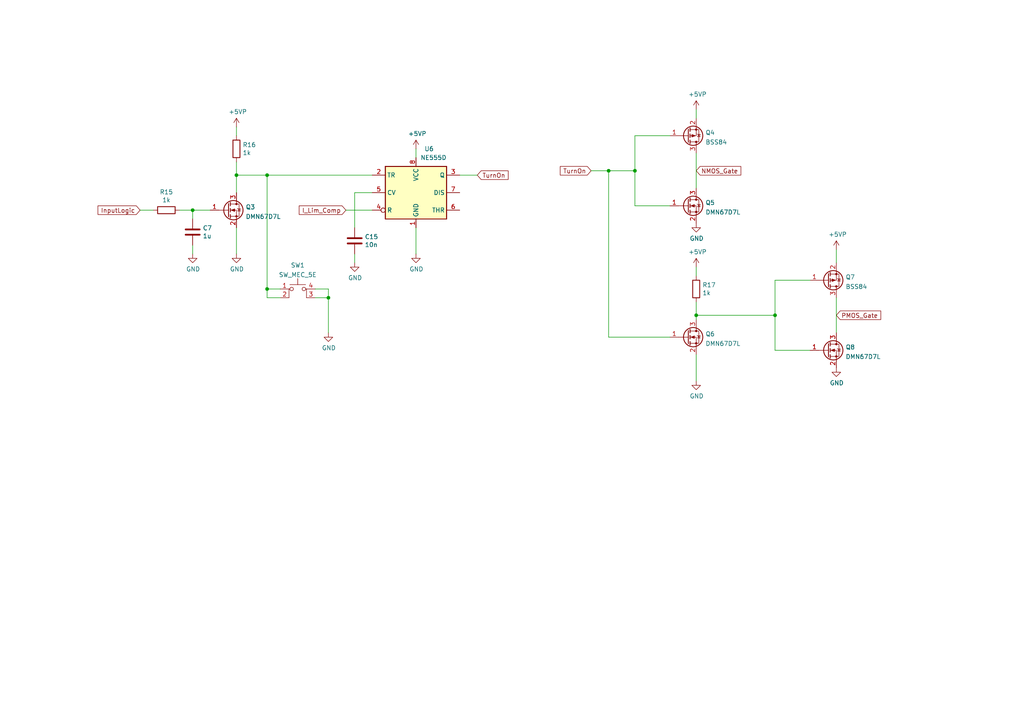
<source format=kicad_sch>
(kicad_sch (version 20211123) (generator eeschema)
  (paper "A4")
  (lib_symbols
    (symbol "Device:C" (pin_numbers hide) (pin_names (offset 0.254))
      (property "Reference" "C" (at 0.635 2.54 0))
      (property "Value" "C" (at 0.635 -2.54 0))
      (symbol "C_0_1"
        (polyline (pts (xy -2.032 -0.762) (xy 2.032 -0.762)) (stroke (width 0.508)))
        (polyline (pts (xy -2.032 0.762) (xy 2.032 0.762)) (stroke (width 0.508)))
      )
      (symbol "C_1_1"
        (pin passive line (at 0 3.81 270) (length 2.794) (name "~") (number "1"))
        (pin passive line (at 0 -3.81 90) (length 2.794) (name "~") (number "2"))
      )
    )
    (symbol "Device:R" (pin_numbers hide) (pin_names (offset 0))
      (property "Reference" "R" (at 2.032 0 90))
      (property "Value" "R" (at 0 0 90))
      (symbol "R_0_1"
        (rectangle (start -1.016 -2.54) (end 1.016 2.54) (stroke (width 0.254)))
      )
      (symbol "R_1_1"
        (pin passive line (at 0 3.81 270) (length 1.27) (name "~") (number "1"))
        (pin passive line (at 0 -3.81 90) (length 1.27) (name "~") (number "2"))
      )
    )
    (symbol "Switch:SW_MEC_5E" (pin_names (offset 1.016) hide)
      (property "Reference" "SW" (at 0.635 5.715 0))
      (property "Value" "SW_MEC_5E" (at 0 -3.175 0))
      (symbol "SW_MEC_5E_0_1"
        (circle (center -1.778 2.54) (radius 0.508))
        (polyline (pts (xy -2.286 3.81) (xy 2.286 3.81)))
        (polyline (pts (xy 0 3.81) (xy 0 5.588)))
        (polyline (pts (xy -2.54 0) (xy -2.54 2.54) (xy -2.286 2.54)))
        (polyline (pts (xy 2.54 0) (xy 2.54 2.54) (xy 2.286 2.54)))
        (circle (center 1.778 2.54) (radius 0.508))
        (pin passive line (at -5.08 2.54 0) (length 2.54) (name "1") (number "1"))
        (pin passive line (at -5.08 0 0) (length 2.54) (name "2") (number "2"))
        (pin passive line (at 5.08 0 180) (length 2.54) (name "K") (number "3"))
        (pin passive line (at 5.08 2.54 180) (length 2.54) (name "A") (number "4"))
      )
    )
    (symbol "Timer:NE555D"
      (property "Reference" "U" (at -10.16 8.89 0))
      (property "Value" "NE555D" (at 2.54 8.89 0))
      (symbol "NE555D_0_0"
        (pin power_in line (at 0 -10.16 90) (length 2.54) (name "GND") (number "1"))
        (pin power_in line (at 0 10.16 270) (length 2.54) (name "VCC") (number "8"))
      )
      (symbol "NE555D_0_1"
        (rectangle (start -8.89 -7.62) (end 8.89 7.62) (stroke (width 0.254)) (fill (type background)))
        (rectangle (start -8.89 -7.62) (end 8.89 7.62) (stroke (width 0.254)) (fill (type background)))
      )
      (symbol "NE555D_1_1"
        (pin input line (at -12.7 5.08 0) (length 3.81) (name "TR") (number "2"))
        (pin output line (at 12.7 5.08 180) (length 3.81) (name "Q") (number "3"))
        (pin input inverted (at -12.7 -5.08 0) (length 3.81) (name "R") (number "4"))
        (pin input line (at -12.7 0 0) (length 3.81) (name "CV") (number "5"))
        (pin input line (at 12.7 -5.08 180) (length 3.81) (name "THR") (number "6"))
        (pin input line (at 12.7 0 180) (length 3.81) (name "DIS") (number "7"))
      )
    )
    (symbol "Transistor_FET:BSS84" (pin_names hide)
      (property "Reference" "Q" (at 5.08 1.905 0))
      (property "Value" "BSS84" (at 5.08 0 0))
      (symbol "BSS84_0_1"
        (polyline (pts (xy 0.254 0) (xy -2.54 0)))
        (polyline (pts (xy 0.254 1.905) (xy 0.254 -1.905)) (stroke (width 0.254)))
        (polyline (pts (xy 0.762 -1.27) (xy 0.762 -2.286)) (stroke (width 0.254)))
        (polyline (pts (xy 0.762 0.508) (xy 0.762 -0.508)) (stroke (width 0.254)))
        (polyline (pts (xy 0.762 2.286) (xy 0.762 1.27)) (stroke (width 0.254)))
        (polyline (pts (xy 2.54 2.54) (xy 2.54 1.778)))
        (polyline (pts (xy 2.54 -2.54) (xy 2.54 0) (xy 0.762 0)))
        (polyline (pts (xy 0.762 1.778) (xy 3.302 1.778) (xy 3.302 -1.778) (xy 0.762 -1.778)))
        (polyline (pts (xy 2.286 0) (xy 1.27 0.381) (xy 1.27 -0.381) (xy 2.286 0)) (fill (type outline)))
        (polyline (pts (xy 2.794 -0.508) (xy 2.921 -0.381) (xy 3.683 -0.381) (xy 3.81 -0.254)))
        (polyline (pts (xy 3.302 -0.381) (xy 2.921 0.254) (xy 3.683 0.254) (xy 3.302 -0.381)))
        (circle (center 1.651 0) (radius 2.794) (stroke (width 0.254)))
        (circle (center 2.54 -1.778) (radius 0.254) (fill (type outline)))
        (circle (center 2.54 1.778) (radius 0.254) (fill (type outline)))
      )
      (symbol "BSS84_1_1"
        (pin input line (at -5.08 0 0) (length 2.54) (name "G") (number "1"))
        (pin passive line (at 2.54 -5.08 90) (length 2.54) (name "S") (number "2"))
        (pin passive line (at 2.54 5.08 270) (length 2.54) (name "D") (number "3"))
      )
    )
    (symbol "Transistor_FET:DMN67D7L" (pin_names hide)
      (property "Reference" "Q" (at 5.08 1.905 0))
      (property "Value" "DMN67D7L" (at 5.08 0 0))
      (symbol "DMN67D7L_0_1"
        (polyline (pts (xy 0.254 0) (xy -2.54 0)))
        (polyline (pts (xy 0.254 1.905) (xy 0.254 -1.905)) (stroke (width 0.254)))
        (polyline (pts (xy 0.762 -1.27) (xy 0.762 -2.286)) (stroke (width 0.254)))
        (polyline (pts (xy 0.762 0.508) (xy 0.762 -0.508)) (stroke (width 0.254)))
        (polyline (pts (xy 0.762 2.286) (xy 0.762 1.27)) (stroke (width 0.254)))
        (polyline (pts (xy 2.54 2.54) (xy 2.54 1.778)))
        (polyline (pts (xy 2.54 -2.54) (xy 2.54 0) (xy 0.762 0)))
        (polyline (pts (xy 0.762 -1.778) (xy 3.302 -1.778) (xy 3.302 1.778) (xy 0.762 1.778)))
        (polyline (pts (xy 1.016 0) (xy 2.032 0.381) (xy 2.032 -0.381) (xy 1.016 0)) (fill (type outline)))
        (polyline (pts (xy 2.794 0.508) (xy 2.921 0.381) (xy 3.683 0.381) (xy 3.81 0.254)))
        (polyline (pts (xy 3.302 0.381) (xy 2.921 -0.254) (xy 3.683 -0.254) (xy 3.302 0.381)))
        (circle (center 1.651 0) (radius 2.794) (stroke (width 0.254)))
        (circle (center 2.54 -1.778) (radius 0.254) (fill (type outline)))
        (circle (center 2.54 1.778) (radius 0.254) (fill (type outline)))
      )
      (symbol "DMN67D7L_1_1"
        (pin input line (at -5.08 0 0) (length 2.54) (name "G") (number "1"))
        (pin passive line (at 2.54 -5.08 90) (length 2.54) (name "S") (number "2"))
        (pin passive line (at 2.54 5.08 270) (length 2.54) (name "D") (number "3"))
      )
    )
    (symbol "power:+5VP" (power) (pin_names (offset 0))
      (property "Value" "+5VP" (at 0 3.556 0))
      (symbol "+5VP_0_1"
        (polyline (pts (xy -0.762 1.27) (xy 0 2.54)))
        (polyline (pts (xy 0 0) (xy 0 2.54)))
        (polyline (pts (xy 0 2.54) (xy 0.762 1.27)))
      )
      (symbol "+5VP_1_1"
        (pin power_in line (at 0 0 90) (length 0) hide (name "+5VP") (number "1"))
      )
    )
    (symbol "power:GND" (power) (pin_names (offset 0))
      (property "Value" "GND" (at 0 -3.81 0))
      (symbol "GND_0_1"
        (polyline (pts (xy 0 0) (xy 0 -1.27) (xy 1.27 -1.27) (xy 0 -2.54) (xy -1.27 -1.27) (xy 0 -1.27)))
      )
      (symbol "GND_1_1"
        (pin power_in line (at 0 0 270) (length 0) hide (name "GND") (number "1"))
      )
    )
  )
  (junction (at 77.47 50.8))
  (junction (at 55.88 60.96))
  (junction (at 201.93 91.44))
  (junction (at 95.25 86.36))
  (junction (at 68.58 50.8))
  (junction (at 77.47 83.82))
  (junction (at 184.15 49.53))
  (junction (at 224.79 91.44))
  (junction (at 176.53 49.53))
  (wire (pts (xy 120.65 43.18) (xy 120.65 45.72)))
  (wire (pts (xy 176.53 49.53) (xy 184.15 49.53)))
  (wire (pts (xy 68.58 50.8) (xy 68.58 55.88)))
  (wire (pts (xy 55.88 60.96) (xy 60.96 60.96)))
  (wire (pts (xy 55.88 73.66) (xy 55.88 71.12)))
  (wire (pts (xy 81.28 86.36) (xy 77.47 86.36)))
  (wire (pts (xy 201.93 110.49) (xy 201.93 102.87)))
  (wire (pts (xy 242.57 86.36) (xy 242.57 96.52)))
  (wire (pts (xy 95.25 86.36) (xy 95.25 96.52)))
  (wire (pts (xy 138.43 50.8) (xy 133.35 50.8)))
  (wire (pts (xy 77.47 86.36) (xy 77.47 83.82)))
  (wire (pts (xy 40.64 60.96) (xy 44.45 60.96)))
  (wire (pts (xy 68.58 46.99) (xy 68.58 50.8)))
  (wire (pts (xy 68.58 36.83) (xy 68.58 39.37)))
  (wire (pts (xy 107.95 55.88) (xy 102.87 55.88)))
  (wire (pts (xy 201.93 91.44) (xy 201.93 92.71)))
  (wire (pts (xy 224.79 81.28) (xy 234.95 81.28)))
  (wire (pts (xy 91.44 86.36) (xy 95.25 86.36)))
  (wire (pts (xy 102.87 73.66) (xy 102.87 76.2)))
  (wire (pts (xy 171.45 49.53) (xy 176.53 49.53)))
  (wire (pts (xy 242.57 72.39) (xy 242.57 76.2)))
  (wire (pts (xy 176.53 97.79) (xy 176.53 49.53)))
  (wire (pts (xy 91.44 83.82) (xy 95.25 83.82)))
  (wire (pts (xy 224.79 91.44) (xy 224.79 81.28)))
  (wire (pts (xy 100.33 60.96) (xy 107.95 60.96)))
  (wire (pts (xy 201.93 44.45) (xy 201.93 54.61)))
  (wire (pts (xy 201.93 31.75) (xy 201.93 34.29)))
  (wire (pts (xy 184.15 49.53) (xy 184.15 39.37)))
  (wire (pts (xy 102.87 55.88) (xy 102.87 66.04)))
  (wire (pts (xy 77.47 50.8) (xy 107.95 50.8)))
  (wire (pts (xy 184.15 49.53) (xy 184.15 59.69)))
  (wire (pts (xy 224.79 91.44) (xy 224.79 101.6)))
  (wire (pts (xy 95.25 83.82) (xy 95.25 86.36)))
  (wire (pts (xy 184.15 59.69) (xy 194.31 59.69)))
  (wire (pts (xy 201.93 87.63) (xy 201.93 91.44)))
  (wire (pts (xy 176.53 97.79) (xy 194.31 97.79)))
  (wire (pts (xy 184.15 39.37) (xy 194.31 39.37)))
  (wire (pts (xy 224.79 101.6) (xy 234.95 101.6)))
  (wire (pts (xy 77.47 83.82) (xy 77.47 50.8)))
  (wire (pts (xy 201.93 77.47) (xy 201.93 80.01)))
  (wire (pts (xy 68.58 73.66) (xy 68.58 66.04)))
  (wire (pts (xy 81.28 83.82) (xy 77.47 83.82)))
  (wire (pts (xy 68.58 50.8) (xy 77.47 50.8)))
  (wire (pts (xy 201.93 91.44) (xy 224.79 91.44)))
  (wire (pts (xy 55.88 63.5) (xy 55.88 60.96)))
  (wire (pts (xy 52.07 60.96) (xy 55.88 60.96)))
  (wire (pts (xy 120.65 73.66) (xy 120.65 66.04)))
  (global_label "NMOS_Gate" (shape input) (at 201.93 49.53 0) (property "Intersheet References" "${INTERSHEET_REFS}" (effects hide)))
  (global_label "TurnOn" (shape input) (at 171.45 49.53 180) (property "Intersheet References" "${INTERSHEET_REFS}" (effects hide)))
  (global_label "I_Lim_Comp" (shape input) (at 100.33 60.96 180) (property "Intersheet References" "${INTERSHEET_REFS}" (effects hide)))
  (global_label "TurnOn" (shape input) (at 138.43 50.8 0) (property "Intersheet References" "${INTERSHEET_REFS}" (effects hide)))
  (global_label "PMOS_Gate" (shape input) (at 242.57 91.44 0) (property "Intersheet References" "${INTERSHEET_REFS}" (effects hide)))
  (global_label "InputLogic" (shape input) (at 40.64 60.96 180) (property "Intersheet References" "${INTERSHEET_REFS}" (effects hide)))
  (symbol (lib_id "Device:R") (at 48.26 60.96 270) (unit 1)
    (property "Reference" "R15" (at 48.26 55.7022 90))
    (property "Value" "1k" (at 48.26 58.0136 90))
    (property "Footprint" "Resistor_SMD:R_1206_3216Metric" (effects hide))
  )
  (symbol (lib_id "Device:C") (at 55.88 67.31 0) (unit 1)
    (property "Reference" "C7" (at 58.801 66.1416 0) (effects (justify left)))
    (property "Value" "1u" (at 58.801 68.453 0) (effects (justify left)))
    (property "Footprint" "Capacitor_SMD:C_0805_2012Metric" (effects hide))
  )
  (symbol (lib_id "power:GND") (at 55.88 73.66 0) (unit 1)
    (property "Reference" "#PWR0109" (effects hide))
    (property "Value" "GND" (at 56.007 78.0542 0))
  )
  (symbol (lib_id "power:+5VP") (at 68.58 36.83 0) (unit 1)
    (property "Reference" "#PWR0110" (effects hide))
    (property "Value" "+5VP" (at 68.961 32.4358 0))
  )
  (symbol (lib_id "Device:R") (at 68.58 43.18 180) (unit 1)
    (property "Reference" "R16" (at 70.358 42.0116 0) (effects (justify right)))
    (property "Value" "1k" (at 70.358 44.323 0) (effects (justify right)))
    (property "Footprint" "Resistor_SMD:R_1206_3216Metric" (effects hide))
  )
  (symbol (lib_id "power:GND") (at 68.58 73.66 0) (unit 1)
    (property "Reference" "#PWR0120" (effects hide))
    (property "Value" "GND" (at 68.707 78.0542 0))
  )
  (symbol (lib_id "power:+5VP") (at 201.93 77.47 0) (unit 1)
    (property "Reference" "#PWR0121" (effects hide))
    (property "Value" "+5VP" (at 202.311 73.0758 0))
  )
  (symbol (lib_id "Device:R") (at 201.93 83.82 180) (unit 1)
    (property "Reference" "R17" (at 203.708 82.6516 0) (effects (justify right)))
    (property "Value" "1k" (at 203.708 84.963 0) (effects (justify right)))
    (property "Footprint" "Resistor_SMD:R_1206_3216Metric" (effects hide))
  )
  (symbol (lib_id "power:GND") (at 201.93 110.49 0) (unit 1)
    (property "Reference" "#PWR0122" (effects hide))
    (property "Value" "GND" (at 202.057 114.8842 0))
  )
  (symbol (lib_id "power:GND") (at 201.93 64.77 0) (unit 1)
    (property "Reference" "#PWR0123" (effects hide))
    (property "Value" "GND" (at 202.057 69.1642 0))
  )
  (symbol (lib_id "power:GND") (at 242.57 106.68 0) (unit 1)
    (property "Reference" "#PWR0125" (effects hide))
    (property "Value" "GND" (at 242.697 111.0742 0))
  )
  (symbol (lib_id "power:+5VP") (at 242.57 72.39 0) (unit 1)
    (property "Reference" "#PWR0126" (effects hide))
    (property "Value" "+5VP" (at 242.951 67.9958 0))
  )
  (symbol (lib_id "power:+5VP") (at 201.93 31.75 0) (unit 1)
    (property "Reference" "#PWR0127" (effects hide))
    (property "Value" "+5VP" (at 202.311 27.3558 0))
  )
  (symbol (lib_id "Timer:NE555D") (at 120.65 55.88 0) (unit 1)
    (property "Reference" "U6" (at 124.46 43.18 0))
    (property "Value" "NE555D" (at 125.73 45.72 0))
    (property "Footprint" "Package_SO:SOIC-8_3.9x4.9mm_P1.27mm" (effects hide))
    (property "Datasheet" "http://www.ti.com/lit/ds/symlink/ne555.pdf" (effects hide))
  )
  (symbol (lib_id "power:+5VP") (at 120.65 43.18 0) (unit 1)
    (property "Reference" "#PWR0156" (effects hide))
    (property "Value" "+5VP" (at 121.031 38.7858 0))
  )
  (symbol (lib_id "power:GND") (at 120.65 73.66 0) (unit 1)
    (property "Reference" "#PWR0157" (effects hide))
    (property "Value" "GND" (at 120.777 78.0542 0))
  )
  (symbol (lib_id "Transistor_FET:BSS84") (at 240.03 81.28 0) (mirror x) (unit 1)
    (property "Reference" "Q7" (at 245.237 80.3715 0) (effects (justify left)))
    (property "Value" "BSS84" (at 245.237 83.1466 0) (effects (justify left)))
    (property "Footprint" "Package_TO_SOT_SMD:SOT-23" (effects hide))
    (property "Datasheet" "http://assets.nexperia.com/documents/data-sheet/BSS84.pdf" (effects hide))
  )
  (symbol (lib_id "Device:C") (at 102.87 69.85 0) (unit 1)
    (property "Reference" "C15" (at 105.791 68.6816 0) (effects (justify left)))
    (property "Value" "10n" (at 105.791 70.993 0) (effects (justify left)))
    (property "Footprint" "Capacitor_SMD:C_1206_3216Metric_Pad1.33x1.80mm_HandSolder" (effects hide))
  )
  (symbol (lib_id "Transistor_FET:DMN67D7L") (at 199.39 97.79 0) (unit 1)
    (property "Reference" "Q6" (at 204.597 96.8815 0) (effects (justify left)))
    (property "Value" "DMN67D7L" (at 204.597 99.6566 0) (effects (justify left)))
    (property "Footprint" "Package_TO_SOT_SMD:SOT-23" (effects hide))
    (property "Datasheet" "http://www.diodes.com/assets/Datasheets/DMN67D7L.pdf" (effects hide))
  )
  (symbol (lib_id "Transistor_FET:DMN67D7L") (at 199.39 59.69 0) (unit 1)
    (property "Reference" "Q5" (at 204.597 58.7815 0) (effects (justify left)))
    (property "Value" "DMN67D7L" (at 204.597 61.5566 0) (effects (justify left)))
    (property "Footprint" "Package_TO_SOT_SMD:SOT-23" (effects hide))
    (property "Datasheet" "http://www.diodes.com/assets/Datasheets/DMN67D7L.pdf" (effects hide))
  )
  (symbol (lib_id "Transistor_FET:DMN67D7L") (at 66.04 60.96 0) (unit 1)
    (property "Reference" "Q3" (at 71.247 60.0515 0) (effects (justify left)))
    (property "Value" "DMN67D7L" (at 71.247 62.8266 0) (effects (justify left)))
    (property "Footprint" "Package_TO_SOT_SMD:SOT-23" (effects hide))
    (property "Datasheet" "http://www.diodes.com/assets/Datasheets/DMN67D7L.pdf" (effects hide))
  )
  (symbol (lib_id "power:GND") (at 95.25 96.52 0) (unit 1)
    (property "Reference" "#PWR0119" (effects hide))
    (property "Value" "GND" (at 95.377 100.9142 0))
  )
  (symbol (lib_id "power:GND") (at 102.87 76.2 0) (unit 1)
    (property "Reference" "#PWR0130" (effects hide))
    (property "Value" "GND" (at 102.997 80.5942 0))
  )
  (symbol (lib_id "Switch:SW_MEC_5E") (at 86.36 86.36 0) (unit 1)
    (property "Reference" "SW1" (at 86.36 76.9325 0))
    (property "Value" "SW_MEC_5E" (at 86.36 79.7076 0))
    (property "Footprint" "Eli_Lib:BigButton_TL1100F160Q" (effects hide))
    (property "Datasheet" "http://www.apem.com/int/index.php?controller=attachment&id_attachment=1371" (effects hide))
  )
  (symbol (lib_id "Transistor_FET:DMN67D7L") (at 240.03 101.6 0) (unit 1)
    (property "Reference" "Q8" (at 245.237 100.6915 0) (effects (justify left)))
    (property "Value" "DMN67D7L" (at 245.237 103.4666 0) (effects (justify left)))
    (property "Footprint" "Package_TO_SOT_SMD:SOT-23" (effects hide))
    (property "Datasheet" "http://www.diodes.com/assets/Datasheets/DMN67D7L.pdf" (effects hide))
  )
  (symbol (lib_id "Transistor_FET:BSS84") (at 199.39 39.37 0) (mirror x) (unit 1)
    (property "Reference" "Q4" (at 204.597 38.4615 0) (effects (justify left)))
    (property "Value" "BSS84" (at 204.597 41.2366 0) (effects (justify left)))
    (property "Footprint" "Package_TO_SOT_SMD:SOT-23" (effects hide))
    (property "Datasheet" "http://assets.nexperia.com/documents/data-sheet/BSS84.pdf" (effects hide))
  )
)
</source>
